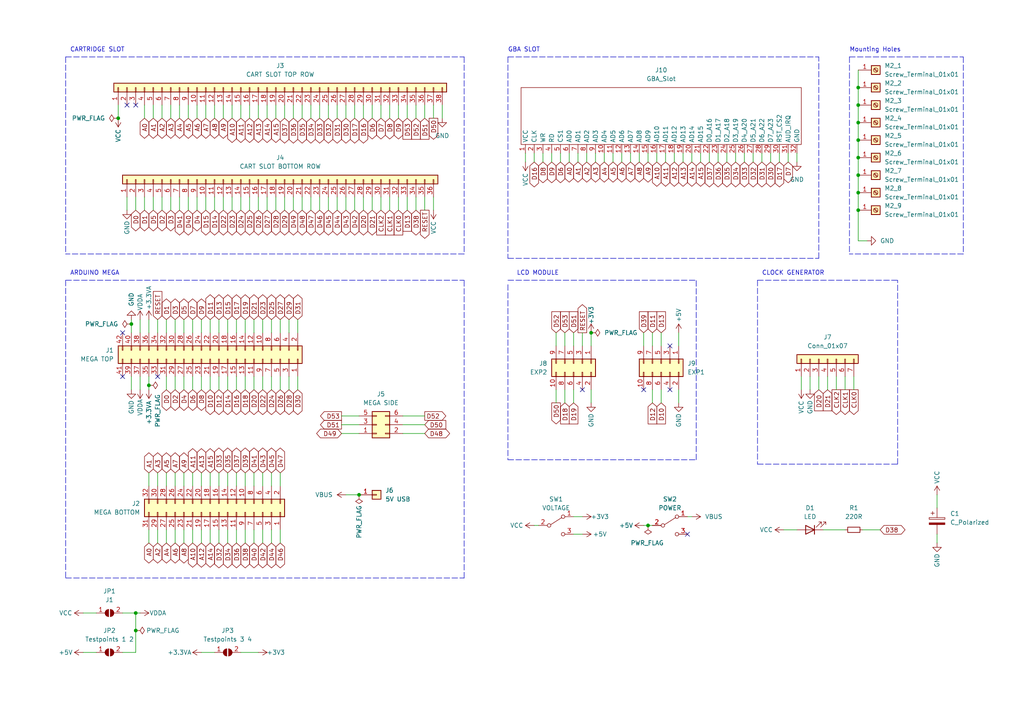
<source format=kicad_sch>
(kicad_sch (version 20211123) (generator eeschema)
  (paper "A4")
  (title_block (title "OSCR HW5") (date "2022-06-19") (rev "V3"))
  (junction (at 248.92 45.72))
  (junction (at 248.92 40.64))
  (junction (at 248.92 55.88))
  (junction (at 248.92 25.4))
  (junction (at 39.37 182.88))
  (junction (at 38.1 93.98))
  (junction (at 39.37 177.8))
  (junction (at 248.92 30.48))
  (junction (at 104.14 143.51))
  (junction (at 187.96 152.4))
  (junction (at 248.92 60.96))
  (junction (at 248.92 50.8))
  (junction (at 34.29 34.29))
  (junction (at 43.18 111.76))
  (junction (at 248.92 35.56))
  (junction (at 171.45 96.52))
  (no_connect (at 45.72 109.22))
  (no_connect (at 168.91 113.03))
  (no_connect (at 186.69 113.03))
  (no_connect (at 194.31 100.33))
  (no_connect (at 194.31 113.03))
  (no_connect (at 36.83 30.48))
  (no_connect (at 199.39 154.94))
  (no_connect (at 39.37 30.48))
  (no_connect (at 35.56 96.52))
  (no_connect (at 35.56 109.22))
  (wire (pts (xy 123.19 30.48) (xy 123.19 34.29)))
  (wire (pts (xy 49.53 57.15) (xy 49.53 60.96)))
  (wire (pts (xy 203.2 44.45) (xy 203.2 46.99)))
  (wire (pts (xy 39.37 57.15) (xy 39.37 60.96)))
  (wire (pts (xy 66.04 153.67) (xy 66.04 157.48)))
  (wire (pts (xy 57.15 57.15) (xy 57.15 60.96)))
  (wire (pts (xy 78.74 92.71) (xy 78.74 96.52)))
  (wire (pts (xy 175.26 44.45) (xy 175.26 46.99)))
  (wire (pts (xy 24.13 177.8) (xy 27.94 177.8)))
  (wire (pts (xy 110.49 30.48) (xy 110.49 34.29)))
  (wire (pts (xy 92.71 30.48) (xy 92.71 34.29)))
  (wire (pts (xy 77.47 30.48) (xy 77.47 34.29)))
  (wire (pts (xy 248.92 40.64) (xy 248.92 45.72)))
  (wire (pts (xy 81.28 153.67) (xy 81.28 157.48)))
  (wire (pts (xy 223.52 44.45) (xy 223.52 46.99)))
  (wire (pts (xy 53.34 109.22) (xy 53.34 113.03)))
  (polyline (pts (xy 147.32 16.51) (xy 237.49 16.51)))
  (wire (pts (xy 118.11 30.48) (xy 118.11 34.29)))
  (wire (pts (xy 190.5 44.45) (xy 190.5 46.99)))
  (wire (pts (xy 82.55 57.15) (xy 82.55 60.96)))
  (wire (pts (xy 187.96 44.45) (xy 187.96 46.99)))
  (wire (pts (xy 52.07 57.15) (xy 52.07 60.96)))
  (wire (pts (xy 71.12 92.71) (xy 71.12 96.52)))
  (wire (pts (xy 100.33 143.51) (xy 104.14 143.51)))
  (wire (pts (xy 66.04 137.16) (xy 66.04 140.97)))
  (wire (pts (xy 73.66 109.22) (xy 73.66 113.03)))
  (wire (pts (xy 218.44 44.45) (xy 218.44 46.99)))
  (wire (pts (xy 99.06 120.65) (xy 104.14 120.65)))
  (wire (pts (xy 208.28 44.45) (xy 208.28 46.99)))
  (wire (pts (xy 170.18 44.45) (xy 170.18 46.99)))
  (wire (pts (xy 242.57 109.22) (xy 242.57 113.03)))
  (wire (pts (xy 157.48 44.45) (xy 157.48 46.99)))
  (wire (pts (xy 238.76 153.67) (xy 245.11 153.67)))
  (wire (pts (xy 189.23 113.03) (xy 189.23 116.84)))
  (wire (pts (xy 58.42 109.22) (xy 58.42 113.03)))
  (polyline (pts (xy 219.71 81.28) (xy 219.71 134.62)))
  (polyline (pts (xy 219.71 81.28) (xy 260.35 81.28)))
  (polyline (pts (xy 219.71 134.62) (xy 260.35 134.62)))
  (polyline (pts (xy 260.35 134.62) (xy 260.35 81.28)))
  (wire (pts (xy 107.95 30.48) (xy 107.95 34.29)))
  (wire (pts (xy 55.88 109.22) (xy 55.88 113.03)))
  (wire (pts (xy 248.92 69.85) (xy 251.46 69.85)))
  (wire (pts (xy 123.19 57.15) (xy 123.19 60.96)))
  (wire (pts (xy 41.91 30.48) (xy 41.91 34.29)))
  (wire (pts (xy 74.93 30.48) (xy 74.93 34.29)))
  (wire (pts (xy 116.84 120.65) (xy 123.19 120.65)))
  (wire (pts (xy 248.92 20.32) (xy 248.92 25.4)))
  (wire (pts (xy 72.39 30.48) (xy 72.39 34.29)))
  (wire (pts (xy 54.61 57.15) (xy 54.61 60.96)))
  (wire (pts (xy 80.01 57.15) (xy 80.01 60.96)))
  (wire (pts (xy 115.57 57.15) (xy 115.57 60.96)))
  (wire (pts (xy 165.1 44.45) (xy 165.1 46.99)))
  (wire (pts (xy 68.58 92.71) (xy 68.58 96.52)))
  (wire (pts (xy 60.96 92.71) (xy 60.96 96.52)))
  (wire (pts (xy 110.49 57.15) (xy 110.49 60.96)))
  (wire (pts (xy 248.92 35.56) (xy 248.92 40.64)))
  (wire (pts (xy 39.37 177.8) (xy 39.37 182.88)))
  (wire (pts (xy 196.85 96.52) (xy 196.85 100.33)))
  (wire (pts (xy 45.72 137.16) (xy 45.72 140.97)))
  (wire (pts (xy 72.39 57.15) (xy 72.39 60.96)))
  (wire (pts (xy 160.02 44.45) (xy 160.02 46.99)))
  (wire (pts (xy 196.85 113.03) (xy 196.85 116.84)))
  (wire (pts (xy 64.77 30.48) (xy 64.77 34.29)))
  (wire (pts (xy 55.88 92.71) (xy 55.88 96.52)))
  (wire (pts (xy 193.04 44.45) (xy 193.04 46.99)))
  (wire (pts (xy 81.28 92.71) (xy 81.28 96.52)))
  (wire (pts (xy 191.77 96.52) (xy 191.77 100.33)))
  (wire (pts (xy 215.9 44.45) (xy 215.9 46.99)))
  (wire (pts (xy 248.92 55.88) (xy 248.92 60.96)))
  (wire (pts (xy 125.73 30.48) (xy 125.73 34.29)))
  (wire (pts (xy 46.99 30.48) (xy 46.99 34.29)))
  (wire (pts (xy 55.88 153.67) (xy 55.88 157.48)))
  (wire (pts (xy 240.03 109.22) (xy 240.03 113.03)))
  (wire (pts (xy 71.12 153.67) (xy 71.12 157.48)))
  (wire (pts (xy 205.74 44.45) (xy 205.74 46.99)))
  (wire (pts (xy 73.66 137.16) (xy 73.66 140.97)))
  (wire (pts (xy 63.5 137.16) (xy 63.5 140.97)))
  (wire (pts (xy 44.45 57.15) (xy 44.45 60.96)))
  (wire (pts (xy 43.18 109.22) (xy 43.18 111.76)))
  (wire (pts (xy 105.41 30.48) (xy 105.41 34.29)))
  (polyline (pts (xy 147.32 74.93) (xy 237.49 74.93)))
  (wire (pts (xy 53.34 153.67) (xy 53.34 157.48)))
  (wire (pts (xy 71.12 109.22) (xy 71.12 113.03)))
  (polyline (pts (xy 246.38 16.51) (xy 246.38 73.66)))
  (polyline (pts (xy 246.38 16.51) (xy 279.4 16.51)))
  (polyline (pts (xy 279.4 16.51) (xy 279.4 73.66)))
  (polyline (pts (xy 279.4 73.66) (xy 246.38 73.66)))
  (wire (pts (xy 38.1 109.22) (xy 38.1 113.03)))
  (wire (pts (xy 41.91 57.15) (xy 41.91 60.96)))
  (wire (pts (xy 220.98 44.45) (xy 220.98 46.99)))
  (wire (pts (xy 187.96 152.4) (xy 189.23 152.4)))
  (wire (pts (xy 68.58 137.16) (xy 68.58 140.97)))
  (wire (pts (xy 44.45 30.48) (xy 44.45 34.29)))
  (wire (pts (xy 53.34 137.16) (xy 53.34 140.97)))
  (wire (pts (xy 120.65 57.15) (xy 120.65 60.96)))
  (wire (pts (xy 163.83 96.52) (xy 163.83 100.33)))
  (wire (pts (xy 50.8 92.71) (xy 50.8 96.52)))
  (wire (pts (xy 39.37 177.8) (xy 40.64 177.8)))
  (wire (pts (xy 82.55 30.48) (xy 82.55 34.29)))
  (wire (pts (xy 68.58 109.22) (xy 68.58 113.03)))
  (wire (pts (xy 69.85 189.23) (xy 74.93 189.23)))
  (wire (pts (xy 248.92 30.48) (xy 248.92 35.56)))
  (wire (pts (xy 81.28 109.22) (xy 81.28 113.03)))
  (wire (pts (xy 97.79 57.15) (xy 97.79 60.96)))
  (wire (pts (xy 163.83 113.03) (xy 163.83 116.84)))
  (wire (pts (xy 69.85 30.48) (xy 69.85 34.29)))
  (wire (pts (xy 248.92 45.72) (xy 248.92 50.8)))
  (wire (pts (xy 80.01 30.48) (xy 80.01 34.29)))
  (wire (pts (xy 90.17 57.15) (xy 90.17 60.96)))
  (polyline (pts (xy 19.05 16.51) (xy 19.05 73.66)))
  (polyline (pts (xy 19.05 16.51) (xy 134.62 16.51)))
  (polyline (pts (xy 134.62 16.51) (xy 134.62 73.66)))
  (polyline (pts (xy 134.62 73.66) (xy 19.05 73.66)))
  (wire (pts (xy 245.11 109.22) (xy 245.11 113.03)))
  (wire (pts (xy 60.96 137.16) (xy 60.96 140.97)))
  (wire (pts (xy 52.07 30.48) (xy 52.07 34.29)))
  (wire (pts (xy 248.92 50.8) (xy 248.92 55.88)))
  (wire (pts (xy 227.33 153.67) (xy 231.14 153.67)))
  (wire (pts (xy 78.74 137.16) (xy 78.74 140.97)))
  (wire (pts (xy 100.33 30.48) (xy 100.33 34.29)))
  (wire (pts (xy 58.42 92.71) (xy 58.42 96.52)))
  (wire (pts (xy 177.8 44.45) (xy 177.8 46.99)))
  (wire (pts (xy 58.42 137.16) (xy 58.42 140.97)))
  (wire (pts (xy 50.8 109.22) (xy 50.8 113.03)))
  (wire (pts (xy 38.1 92.71) (xy 38.1 93.98)))
  (wire (pts (xy 34.29 30.48) (xy 34.29 34.29)))
  (wire (pts (xy 95.25 30.48) (xy 95.25 34.29)))
  (wire (pts (xy 50.8 137.16) (xy 50.8 140.97)))
  (wire (pts (xy 154.94 152.4) (xy 156.21 152.4)))
  (wire (pts (xy 95.25 57.15) (xy 95.25 60.96)))
  (wire (pts (xy 77.47 57.15) (xy 77.47 60.96)))
  (wire (pts (xy 58.42 189.23) (xy 62.23 189.23)))
  (wire (pts (xy 186.69 152.4) (xy 187.96 152.4)))
  (wire (pts (xy 64.77 57.15) (xy 64.77 60.96)))
  (wire (pts (xy 271.78 154.94) (xy 271.78 157.48)))
  (polyline (pts (xy 237.49 74.93) (xy 237.49 16.51)))
  (wire (pts (xy 67.31 30.48) (xy 67.31 34.29)))
  (wire (pts (xy 87.63 30.48) (xy 87.63 34.29)))
  (wire (pts (xy 113.03 30.48) (xy 113.03 34.29)))
  (wire (pts (xy 40.64 92.71) (xy 40.64 96.52)))
  (wire (pts (xy 38.1 93.98) (xy 38.1 96.52)))
  (wire (pts (xy 71.12 137.16) (xy 71.12 140.97)))
  (wire (pts (xy 232.41 109.22) (xy 232.41 113.03)))
  (wire (pts (xy 189.23 96.52) (xy 189.23 100.33)))
  (wire (pts (xy 78.74 109.22) (xy 78.74 113.03)))
  (wire (pts (xy 46.99 57.15) (xy 46.99 60.96)))
  (wire (pts (xy 48.26 137.16) (xy 48.26 140.97)))
  (polyline (pts (xy 147.32 81.28) (xy 201.93 81.28)))
  (polyline (pts (xy 147.32 82.55) (xy 147.32 133.35)))
  (polyline (pts (xy 147.32 133.35) (xy 201.93 133.35)))
  (polyline (pts (xy 201.93 133.35) (xy 201.93 81.28)))
  (wire (pts (xy 86.36 109.22) (xy 86.36 113.03)))
  (wire (pts (xy 162.56 44.45) (xy 162.56 46.99)))
  (wire (pts (xy 58.42 153.67) (xy 58.42 157.48)))
  (polyline (pts (xy 19.05 81.28) (xy 19.05 167.64)))
  (polyline (pts (xy 19.05 81.28) (xy 134.62 81.28)))
  (polyline (pts (xy 19.05 167.64) (xy 134.62 167.64)))
  (polyline (pts (xy 134.62 167.64) (xy 134.62 81.28)))
  (wire (pts (xy 107.95 57.15) (xy 107.95 60.96)))
  (wire (pts (xy 63.5 109.22) (xy 63.5 113.03)))
  (wire (pts (xy 199.39 149.86) (xy 200.66 149.86)))
  (wire (pts (xy 67.31 57.15) (xy 67.31 60.96)))
  (wire (pts (xy 99.06 123.19) (xy 104.14 123.19)))
  (wire (pts (xy 54.61 30.48) (xy 54.61 34.29)))
  (wire (pts (xy 161.29 113.03) (xy 161.29 116.84)))
  (wire (pts (xy 168.91 96.52) (xy 168.91 100.33)))
  (wire (pts (xy 53.34 92.71) (xy 53.34 96.52)))
  (wire (pts (xy 166.37 149.86) (xy 168.91 149.86)))
  (wire (pts (xy 68.58 153.67) (xy 68.58 157.48)))
  (wire (pts (xy 171.45 113.03) (xy 171.45 116.84)))
  (wire (pts (xy 161.29 96.52) (xy 161.29 100.33)))
  (wire (pts (xy 49.53 30.48) (xy 49.53 34.29)))
  (wire (pts (xy 271.78 143.51) (xy 271.78 147.32)))
  (wire (pts (xy 198.12 44.45) (xy 198.12 46.99)))
  (wire (pts (xy 154.94 44.45) (xy 154.94 46.99)))
  (wire (pts (xy 113.03 57.15) (xy 113.03 60.96)))
  (wire (pts (xy 60.96 153.67) (xy 60.96 157.48)))
  (wire (pts (xy 171.45 96.52) (xy 171.45 100.33)))
  (wire (pts (xy 102.87 30.48) (xy 102.87 34.29)))
  (wire (pts (xy 166.37 154.94) (xy 168.91 154.94)))
  (wire (pts (xy 180.34 44.45) (xy 180.34 46.99)))
  (wire (pts (xy 59.69 30.48) (xy 59.69 34.29)))
  (wire (pts (xy 45.72 153.67) (xy 45.72 157.48)))
  (wire (pts (xy 92.71 57.15) (xy 92.71 60.96)))
  (wire (pts (xy 186.69 96.52) (xy 186.69 100.33)))
  (wire (pts (xy 195.58 44.45) (xy 195.58 46.99)))
  (wire (pts (xy 39.37 182.88) (xy 39.37 189.23)))
  (wire (pts (xy 237.49 109.22) (xy 237.49 113.03)))
  (wire (pts (xy 78.74 153.67) (xy 78.74 157.48)))
  (wire (pts (xy 62.23 57.15) (xy 62.23 60.96)))
  (wire (pts (xy 83.82 92.71) (xy 83.82 96.52)))
  (wire (pts (xy 63.5 153.67) (xy 63.5 157.48)))
  (wire (pts (xy 228.6 44.45) (xy 228.6 46.99)))
  (wire (pts (xy 76.2 153.67) (xy 76.2 157.48)))
  (wire (pts (xy 43.18 137.16) (xy 43.18 140.97)))
  (wire (pts (xy 128.27 30.48) (xy 128.27 34.29)))
  (wire (pts (xy 166.37 113.03) (xy 166.37 116.84)))
  (wire (pts (xy 248.92 25.4) (xy 248.92 30.48)))
  (wire (pts (xy 60.96 109.22) (xy 60.96 113.03)))
  (wire (pts (xy 74.93 57.15) (xy 74.93 60.96)))
  (wire (pts (xy 43.18 111.76) (xy 43.18 113.03)))
  (wire (pts (xy 48.26 92.71) (xy 48.26 96.52)))
  (wire (pts (xy 73.66 92.71) (xy 73.66 96.52)))
  (wire (pts (xy 191.77 113.03) (xy 191.77 116.84)))
  (wire (pts (xy 115.57 30.48) (xy 115.57 34.29)))
  (wire (pts (xy 62.23 30.48) (xy 62.23 34.29)))
  (wire (pts (xy 105.41 57.15) (xy 105.41 60.96)))
  (wire (pts (xy 210.82 44.45) (xy 210.82 46.99)))
  (wire (pts (xy 120.65 30.48) (xy 120.65 34.29)))
  (wire (pts (xy 57.15 30.48) (xy 57.15 34.29)))
  (wire (pts (xy 85.09 57.15) (xy 85.09 60.96)))
  (wire (pts (xy 99.06 125.73) (xy 104.14 125.73)))
  (wire (pts (xy 45.72 92.71) (xy 45.72 96.52)))
  (wire (pts (xy 85.09 30.48) (xy 85.09 34.29)))
  (wire (pts (xy 83.82 109.22) (xy 83.82 113.03)))
  (wire (pts (xy 76.2 137.16) (xy 76.2 140.97)))
  (wire (pts (xy 40.64 109.22) (xy 40.64 113.03)))
  (polyline (pts (xy 147.32 16.51) (xy 147.32 74.93)))
  (wire (pts (xy 213.36 44.45) (xy 213.36 46.99)))
  (wire (pts (xy 116.84 125.73) (xy 123.19 125.73)))
  (wire (pts (xy 118.11 57.15) (xy 118.11 60.96)))
  (wire (pts (xy 43.18 92.71) (xy 43.18 96.52)))
  (wire (pts (xy 116.84 123.19) (xy 123.19 123.19)))
  (wire (pts (xy 50.8 153.67) (xy 50.8 157.48)))
  (wire (pts (xy 87.63 57.15) (xy 87.63 60.96)))
  (wire (pts (xy 69.85 57.15) (xy 69.85 60.96)))
  (wire (pts (xy 247.65 109.22) (xy 247.65 113.03)))
  (wire (pts (xy 66.04 92.71) (xy 66.04 96.52)))
  (wire (pts (xy 125.73 57.15) (xy 125.73 60.96)))
  (wire (pts (xy 39.37 189.23) (xy 35.56 189.23)))
  (wire (pts (xy 182.88 44.45) (xy 182.88 46.99)))
  (wire (pts (xy 48.26 153.67) (xy 48.26 157.48)))
  (wire (pts (xy 172.72 44.45) (xy 172.72 46.99)))
  (wire (pts (xy 90.17 30.48) (xy 90.17 34.29)))
  (wire (pts (xy 250.19 153.67) (xy 255.27 153.67)))
  (wire (pts (xy 35.56 177.8) (xy 39.37 177.8)))
  (wire (pts (xy 97.79 30.48) (xy 97.79 34.29)))
  (wire (pts (xy 167.64 44.45) (xy 167.64 46.99)))
  (wire (pts (xy 24.13 189.23) (xy 27.94 189.23)))
  (wire (pts (xy 43.18 153.67) (xy 43.18 157.48)))
  (wire (pts (xy 36.83 57.15) (xy 36.83 60.96)))
  (wire (pts (xy 185.42 44.45) (xy 185.42 46.99)))
  (wire (pts (xy 166.37 96.52) (xy 166.37 100.33)))
  (wire (pts (xy 231.14 44.45) (xy 231.14 46.99)))
  (wire (pts (xy 66.04 109.22) (xy 66.04 113.03)))
  (wire (pts (xy 100.33 57.15) (xy 100.33 60.96)))
  (wire (pts (xy 76.2 109.22) (xy 76.2 113.03)))
  (wire (pts (xy 76.2 92.71) (xy 76.2 96.52)))
  (wire (pts (xy 48.26 109.22) (xy 48.26 113.03)))
  (wire (pts (xy 73.66 153.67) (xy 73.66 157.48)))
  (wire (pts (xy 55.88 137.16) (xy 55.88 140.97)))
  (wire (pts (xy 102.87 57.15) (xy 102.87 60.96)))
  (wire (pts (xy 200.66 44.45) (xy 200.66 46.99)))
  (wire (pts (xy 234.95 109.22) (xy 234.95 113.03)))
  (wire (pts (xy 248.92 60.96) (xy 248.92 69.85)))
  (wire (pts (xy 59.69 57.15) (xy 59.69 60.96)))
  (wire (pts (xy 86.36 92.71) (xy 86.36 96.52)))
  (wire (pts (xy 63.5 92.71) (xy 63.5 96.52)))
  (wire (pts (xy 152.4 44.45) (xy 152.4 46.99)))
  (wire (pts (xy 226.06 44.45) (xy 226.06 46.99)))
  (wire (pts (xy 81.28 137.16) (xy 81.28 140.97)))
  (text "LCD MODULE" (at 149.86 80.01 0) (effects (font (size 1.27 1.27)) (justify left bottom)))
  (text "CLOCK GENERATOR" (at 220.98 80.01 0) (effects (font (size 1.27 1.27)) (justify left bottom)))
  (text "CARTRIDGE SLOT" (at 20.32 15.24 0) (effects (font (size 1.27 1.27)) (justify left bottom)))
  (text "GBA SLOT" (at 147.32 15.24 0) (effects (font (size 1.27 1.27)) (justify left bottom)))
  (text "ARDUINO MEGA" (at 20.32 80.01 0) (effects (font (size 1.27 1.27)) (justify left bottom)))
  (text "Mounting Holes" (at 246.38 15.24 0) (effects (font (size 1.27 1.27)) (justify left bottom)))
  (global_label "D14" (shape bidirectional) (at 66.04 113.03 270) (property "Intersheet References" "${INTERSHEET_REFS}" (effects hide)))
  (global_label "A7" (shape bidirectional) (at 182.88 46.99 270) (property "Intersheet References" "${INTERSHEET_REFS}" (effects hide)))
  (global_label "D44" (shape bidirectional) (at 78.74 157.48 270) (property "Intersheet References" "${INTERSHEET_REFS}" (effects hide)))
  (global_label "A6" (shape bidirectional) (at 57.15 34.29 270) (property "Intersheet References" "${INTERSHEET_REFS}" (effects hide)))
  (global_label "D6" (shape bidirectional) (at 162.56 46.99 270) (property "Intersheet References" "${INTERSHEET_REFS}" (effects hide)))
  (global_label "D11" (shape input) (at 189.23 96.52 90) (property "Intersheet References" "${INTERSHEET_REFS}" (effects hide)))
  (global_label "D51" (shape input) (at 123.19 34.29 270) (property "Intersheet References" "${INTERSHEET_REFS}" (effects hide)))
  (global_label "D38" (shape bidirectional) (at 71.12 157.48 270) (property "Intersheet References" "${INTERSHEET_REFS}" (effects hide)))
  (global_label "D29" (shape bidirectional) (at 82.55 60.96 270) (property "Intersheet References" "${INTERSHEET_REFS}" (effects hide)))
  (global_label "A10" (shape bidirectional) (at 55.88 157.48 270) (property "Intersheet References" "${INTERSHEET_REFS}" (effects hide)))
  (global_label "A9" (shape bidirectional) (at 64.77 34.29 270) (property "Intersheet References" "${INTERSHEET_REFS}" (effects hide)))
  (global_label "D31" (shape bidirectional) (at 97.79 34.29 270) (property "Intersheet References" "${INTERSHEET_REFS}" (effects hide)))
  (global_label "D4" (shape bidirectional) (at 53.34 113.03 270) (property "Intersheet References" "${INTERSHEET_REFS}" (effects hide)))
  (global_label "D24" (shape bidirectional) (at 69.85 60.96 270) (property "Intersheet References" "${INTERSHEET_REFS}" (effects hide)))
  (global_label "D28" (shape bidirectional) (at 83.82 113.03 270) (property "Intersheet References" "${INTERSHEET_REFS}" (effects hide)))
  (global_label "D9" (shape bidirectional) (at 160.02 46.99 270) (property "Intersheet References" "${INTERSHEET_REFS}" (effects hide)))
  (global_label "D19" (shape bidirectional) (at 71.12 92.71 90) (property "Intersheet References" "${INTERSHEET_REFS}" (effects hide)))
  (global_label "CLK2" (shape output) (at 242.57 113.03 270) (property "Intersheet References" "${INTERSHEET_REFS}" (effects hide)))
  (global_label "D0" (shape bidirectional) (at 48.26 113.03 270) (property "Intersheet References" "${INTERSHEET_REFS}" (effects hide)))
  (global_label "D50" (shape output) (at 125.73 34.29 270) (property "Intersheet References" "${INTERSHEET_REFS}" (effects hide)))
  (global_label "D17" (shape bidirectional) (at 102.87 34.29 270) (property "Intersheet References" "${INTERSHEET_REFS}" (effects hide)))
  (global_label "D37" (shape bidirectional) (at 68.58 137.16 90) (property "Intersheet References" "${INTERSHEET_REFS}" (effects hide)))
  (global_label "D7" (shape bidirectional) (at 228.6 46.99 270) (property "Intersheet References" "${INTERSHEET_REFS}" (effects hide)))
  (global_label "D34" (shape bidirectional) (at 90.17 34.29 270) (property "Intersheet References" "${INTERSHEET_REFS}" (effects hide)))
  (global_label "A11" (shape bidirectional) (at 69.85 34.29 270) (property "Intersheet References" "${INTERSHEET_REFS}" (effects hide)))
  (global_label "A6" (shape bidirectional) (at 50.8 157.48 270) (property "Intersheet References" "${INTERSHEET_REFS}" (effects hide)))
  (global_label "D46" (shape bidirectional) (at 92.71 60.96 270) (property "Intersheet References" "${INTERSHEET_REFS}" (effects hide)))
  (global_label "A2" (shape bidirectional) (at 170.18 46.99 270) (property "Intersheet References" "${INTERSHEET_REFS}" (effects hide)))
  (global_label "D25" (shape bidirectional) (at 72.39 60.96 270) (property "Intersheet References" "${INTERSHEET_REFS}" (effects hide)))
  (global_label "A5" (shape bidirectional) (at 177.8 46.99 270) (property "Intersheet References" "${INTERSHEET_REFS}" (effects hide)))
  (global_label "D24" (shape bidirectional) (at 78.74 113.03 270) (property "Intersheet References" "${INTERSHEET_REFS}" (effects hide)))
  (global_label "CLK1" (shape input) (at 113.03 60.96 270) (property "Intersheet References" "${INTERSHEET_REFS}" (effects hide)))
  (global_label "A5" (shape bidirectional) (at 54.61 34.29 270) (property "Intersheet References" "${INTERSHEET_REFS}" (effects hide)))
  (global_label "D50" (shape output) (at 161.29 116.84 270) (property "Intersheet References" "${INTERSHEET_REFS}" (effects hide)))
  (global_label "A13" (shape bidirectional) (at 198.12 46.99 270) (property "Intersheet References" "${INTERSHEET_REFS}" (effects hide)))
  (global_label "CLK0" (shape output) (at 247.65 113.03 270) (property "Intersheet References" "${INTERSHEET_REFS}" (effects hide)))
  (global_label "A11" (shape bidirectional) (at 55.88 137.16 90) (property "Intersheet References" "${INTERSHEET_REFS}" (effects hide)))
  (global_label "D49" (shape bidirectional) (at 85.09 60.96 270) (property "Intersheet References" "${INTERSHEET_REFS}" (effects hide)))
  (global_label "D7" (shape bidirectional) (at 110.49 34.29 270) (property "Intersheet References" "${INTERSHEET_REFS}" (effects hide)))
  (global_label "D46" (shape bidirectional) (at 81.28 157.48 270) (property "Intersheet References" "${INTERSHEET_REFS}" (effects hide)))
  (global_label "D48" (shape bidirectional) (at 123.19 125.73 0) (property "Intersheet References" "${INTERSHEET_REFS}" (effects hide)))
  (global_label "D21" (shape bidirectional) (at 73.66 92.71 90) (property "Intersheet References" "${INTERSHEET_REFS}" (effects hide)))
  (global_label "D6" (shape bidirectional) (at 55.88 113.03 270) (property "Intersheet References" "${INTERSHEET_REFS}" (effects hide)))
  (global_label "D16" (shape bidirectional) (at 105.41 34.29 270) (property "Intersheet References" "${INTERSHEET_REFS}" (effects hide)))
  (global_label "D33" (shape bidirectional) (at 92.71 34.29 270) (property "Intersheet References" "${INTERSHEET_REFS}" (effects hide)))
  (global_label "A12" (shape bidirectional) (at 72.39 34.29 270) (property "Intersheet References" "${INTERSHEET_REFS}" (effects hide)))
  (global_label "CLK0" (shape input) (at 115.57 60.96 270) (property "Intersheet References" "${INTERSHEET_REFS}" (effects hide)))
  (global_label "D9" (shape bidirectional) (at 115.57 34.29 270) (property "Intersheet References" "${INTERSHEET_REFS}" (effects hide)))
  (global_label "D53" (shape input) (at 118.11 34.29 270) (property "Intersheet References" "${INTERSHEET_REFS}" (effects hide)))
  (global_label "D17" (shape bidirectional) (at 68.58 92.71 90) (property "Intersheet References" "${INTERSHEET_REFS}" (effects hide)))
  (global_label "D38" (shape bidirectional) (at 120.65 60.96 270) (property "Intersheet References" "${INTERSHEET_REFS}" (effects hide)))
  (global_label "A7" (shape bidirectional) (at 59.69 34.29 270) (property "Intersheet References" "${INTERSHEET_REFS}" (effects hide)))
  (global_label "D52" (shape input) (at 120.65 34.29 270) (property "Intersheet References" "${INTERSHEET_REFS}" (effects hide)))
  (global_label "D30" (shape bidirectional) (at 100.33 34.29 270) (property "Intersheet References" "${INTERSHEET_REFS}" (effects hide)))
  (global_label "D13" (shape input) (at 191.77 96.52 90) (property "Intersheet References" "${INTERSHEET_REFS}" (effects hide)))
  (global_label "D8" (shape bidirectional) (at 58.42 113.03 270) (property "Intersheet References" "${INTERSHEET_REFS}" (effects hide)))
  (global_label "D40" (shape bidirectional) (at 54.61 60.96 270) (property "Intersheet References" "${INTERSHEET_REFS}" (effects hide)))
  (global_label "D15" (shape bidirectional) (at 59.69 60.96 270) (property "Intersheet References" "${INTERSHEET_REFS}" (effects hide)))
  (global_label "A10" (shape bidirectional) (at 190.5 46.99 270) (property "Intersheet References" "${INTERSHEET_REFS}" (effects hide)))
  (global_label "D34" (shape bidirectional) (at 66.04 157.48 270) (property "Intersheet References" "${INTERSHEET_REFS}" (effects hide)))
  (global_label "D22" (shape bidirectional) (at 76.2 113.03 270) (property "Intersheet References" "${INTERSHEET_REFS}" (effects hide)))
  (global_label "D26" (shape bidirectional) (at 81.28 113.03 270) (property "Intersheet References" "${INTERSHEET_REFS}" (effects hide)))
  (global_label "D28" (shape bidirectional) (at 80.01 60.96 270) (property "Intersheet References" "${INTERSHEET_REFS}" (effects hide)))
  (global_label "A3" (shape bidirectional) (at 172.72 46.99 270) (property "Intersheet References" "${INTERSHEET_REFS}" (effects hide)))
  (global_label "D42" (shape bidirectional) (at 76.2 157.48 270) (property "Intersheet References" "${INTERSHEET_REFS}" (effects hide)))
  (global_label "D43" (shape bidirectional) (at 76.2 137.16 90) (property "Intersheet References" "${INTERSHEET_REFS}" (effects hide)))
  (global_label "A1" (shape bidirectional) (at 44.45 34.29 270) (property "Intersheet References" "${INTERSHEET_REFS}" (effects hide)))
  (global_label "D47" (shape bidirectional) (at 90.17 60.96 270) (property "Intersheet References" "${INTERSHEET_REFS}" (effects hide)))
  (global_label "D12" (shape input) (at 189.23 116.84 270) (property "Intersheet References" "${INTERSHEET_REFS}" (effects hide)))
  (global_label "D36" (shape bidirectional) (at 68.58 157.48 270) (property "Intersheet References" "${INTERSHEET_REFS}" (effects hide)))
  (global_label "A13" (shape bidirectional) (at 74.93 34.29 270) (property "Intersheet References" "${INTERSHEET_REFS}" (effects hide)))
  (global_label "D16" (shape bidirectional) (at 68.58 113.03 270) (property "Intersheet References" "${INTERSHEET_REFS}" (effects hide)))
  (global_label "D18" (shape input) (at 163.83 116.84 270) (property "Intersheet References" "${INTERSHEET_REFS}" (effects hide)))
  (global_label "A3" (shape bidirectional) (at 49.53 34.29 270) (property "Intersheet References" "${INTERSHEET_REFS}" (effects hide)))
  (global_label "A12" (shape bidirectional) (at 58.42 157.48 270) (property "Intersheet References" "${INTERSHEET_REFS}" (effects hide)))
  (global_label "D49" (shape bidirectional) (at 99.06 125.73 180) (property "Intersheet References" "${INTERSHEET_REFS}" (effects hide)))
  (global_label "D51" (shape output) (at 99.06 123.19 180) (property "Intersheet References" "${INTERSHEET_REFS}" (effects hide)))
  (global_label "A9" (shape bidirectional) (at 53.34 137.16 90) (property "Intersheet References" "${INTERSHEET_REFS}" (effects hide)))
  (global_label "A11" (shape bidirectional) (at 193.04 46.99 270) (property "Intersheet References" "${INTERSHEET_REFS}" (effects hide)))
  (global_label "D43" (shape bidirectional) (at 100.33 60.96 270) (property "Intersheet References" "${INTERSHEET_REFS}" (effects hide)))
  (global_label "D8" (shape bidirectional) (at 113.03 34.29 270) (property "Intersheet References" "${INTERSHEET_REFS}" (effects hide)))
  (global_label "D36" (shape bidirectional) (at 85.09 34.29 270) (property "Intersheet References" "${INTERSHEET_REFS}" (effects hide)))
  (global_label "D35" (shape bidirectional) (at 210.82 46.99 270) (property "Intersheet References" "${INTERSHEET_REFS}" (effects hide)))
  (global_label "D47" (shape bidirectional) (at 81.28 137.16 90) (property "Intersheet References" "${INTERSHEET_REFS}" (effects hide)))
  (global_label "D45" (shape bidirectional) (at 78.74 137.16 90) (property "Intersheet References" "${INTERSHEET_REFS}" (effects hide)))
  (global_label "A2" (shape bidirectional) (at 45.72 157.48 270) (property "Intersheet References" "${INTERSHEET_REFS}" (effects hide)))
  (global_label "D23" (shape bidirectional) (at 67.31 60.96 270) (property "Intersheet References" "${INTERSHEET_REFS}" (effects hide)))
  (global_label "D31" (shape bidirectional) (at 86.36 92.71 90) (property "Intersheet References" "${INTERSHEET_REFS}" (effects hide)))
  (global_label "D30" (shape bidirectional) (at 223.52 46.99 270) (property "Intersheet References" "${INTERSHEET_REFS}" (effects hide)))
  (global_label "D33" (shape bidirectional) (at 215.9 46.99 270) (property "Intersheet References" "${INTERSHEET_REFS}" (effects hide)))
  (global_label "D1" (shape bidirectional) (at 41.91 60.96 270) (property "Intersheet References" "${INTERSHEET_REFS}" (effects hide)))
  (global_label "D39" (shape bidirectional) (at 71.12 137.16 90) (property "Intersheet References" "${INTERSHEET_REFS}" (effects hide)))
  (global_label "D25" (shape bidirectional) (at 78.74 92.71 90) (property "Intersheet References" "${INTERSHEET_REFS}" (effects hide)))
  (global_label "D14" (shape bidirectional) (at 62.23 60.96 270) (property "Intersheet References" "${INTERSHEET_REFS}" (effects hide)))
  (global_label "A13" (shape bidirectional) (at 58.42 137.16 90) (property "Intersheet References" "${INTERSHEET_REFS}" (effects hide)))
  (global_label "D31" (shape bidirectional) (at 220.98 46.99 270) (property "Intersheet References" "${INTERSHEET_REFS}" (effects hide)))
  (global_label "D19" (shape input) (at 166.37 116.84 270) (property "Intersheet References" "${INTERSHEET_REFS}" (effects hide)))
  (global_label "A9" (shape bidirectional) (at 187.96 46.99 270) (property "Intersheet References" "${INTERSHEET_REFS}" (effects hide)))
  (global_label "D4" (shape bidirectional) (at 57.15 60.96 270) (property "Intersheet References" "${INTERSHEET_REFS}" (effects hide)))
  (global_label "D22" (shape bidirectional) (at 64.77 60.96 270) (property "Intersheet References" "${INTERSHEET_REFS}" (effects hide)))
  (global_label "A5" (shape bidirectional) (at 48.26 137.16 90) (property "Intersheet References" "${INTERSHEET_REFS}" (effects hide)))
  (global_label "D2" (shape bidirectional) (at 46.99 60.96 270) (property "Intersheet References" "${INTERSHEET_REFS}" (effects hide)))
  (global_label "D50" (shape input) (at 123.19 123.19 0) (property "Intersheet References" "${INTERSHEET_REFS}" (effects hide)))
  (global_label "D17" (shape bidirectional) (at 226.06 46.99 270) (property "Intersheet References" "${INTERSHEET_REFS}" (effects hide)))
  (global_label "CLK1" (shape output) (at 245.11 113.03 270) (property "Intersheet References" "${INTERSHEET_REFS}" (effects hide)))
  (global_label "D35" (shape bidirectional) (at 87.63 34.29 270) (property "Intersheet References" "${INTERSHEET_REFS}" (effects hide)))
  (global_label "D39" (shape input) (at 186.69 96.52 90) (property "Intersheet References" "${INTERSHEET_REFS}" (effects hide)))
  (global_label "D21" (shape bidirectional) (at 107.95 60.96 270) (property "Intersheet References" "${INTERSHEET_REFS}" (effects hide)))
  (global_label "A0" (shape bidirectional) (at 41.91 34.29 270) (property "Intersheet References" "${INTERSHEET_REFS}" (effects hide)))
  (global_label "D13" (shape bidirectional) (at 63.5 92.71 90) (property "Intersheet References" "${INTERSHEET_REFS}" (effects hide)))
  (global_label "D27" (shape bidirectional) (at 81.28 92.71 90) (property "Intersheet References" "${INTERSHEET_REFS}" (effects hide)))
  (global_label "RESET" (shape input) (at 45.72 92.71 90) (property "Intersheet References" "${INTERSHEET_REFS}" (effects hide)))
  (global_label "D44" (shape bidirectional) (at 97.79 60.96 270) (property "Intersheet References" "${INTERSHEET_REFS}" (effects hide)))
  (global_label "A14" (shape bidirectional) (at 60.96 157.48 270) (property "Intersheet References" "${INTERSHEET_REFS}" (effects hide)))
  (global_label "D34" (shape bidirectional) (at 213.36 46.99 270) (property "Intersheet References" "${INTERSHEET_REFS}" (effects hide)))
  (global_label "D48" (shape bidirectional) (at 87.63 60.96 270) (property "Intersheet References" "${INTERSHEET_REFS}" (effects hide)))
  (global_label "A10" (shape bidirectional) (at 67.31 34.29 270) (property "Intersheet References" "${INTERSHEET_REFS}" (effects hide)))
  (global_label "D15" (shape bidirectional) (at 66.04 92.71 90) (property "Intersheet References" "${INTERSHEET_REFS}" (effects hide)))
  (global_label "A8" (shape bidirectional) (at 185.42 46.99 270) (property "Intersheet References" "${INTERSHEET_REFS}" (effects hide)))
  (global_label "D27" (shape bidirectional) (at 77.47 60.96 270) (property "Intersheet References" "${INTERSHEET_REFS}" (effects hide)))
  (global_label "D0" (shape bidirectional) (at 39.37 60.96 270) (property "Intersheet References" "${INTERSHEET_REFS}" (effects hide)))
  (global_label "D38" (shape bidirectional) (at 255.27 153.67 0) (property "Intersheet References" "${INTERSHEET_REFS}" (effects hide)))
  (global_label "D1" (shape bidirectional) (at 48.26 92.71 90) (property "Intersheet References" "${INTERSHEET_REFS}" (effects hide)))
  (global_label "D2" (shape bidirectional) (at 50.8 113.03 270) (property "Intersheet References" "${INTERSHEET_REFS}" (effects hide)))
  (global_label "A0" (shape bidirectional) (at 165.1 46.99 270) (property "Intersheet References" "${INTERSHEET_REFS}" (effects hide)))
  (global_label "D33" (shape bidirectional) (at 63.5 137.16 90) (property "Intersheet References" "${INTERSHEET_REFS}" (effects hide)))
  (global_label "A4" (shape bidirectional) (at 175.26 46.99 270) (property "Intersheet References" "${INTERSHEET_REFS}" (effects hide)))
  (global_label "D16" (shape bidirectional) (at 154.94 46.99 270) (property "Intersheet References" "${INTERSHEET_REFS}" (effects hide)))
  (global_label "D3" (shape bidirectional) (at 49.53 60.96 270) (property "Intersheet References" "${INTERSHEET_REFS}" (effects hide)))
  (global_label "D36" (shape bidirectional) (at 208.28 46.99 270) (property "Intersheet References" "${INTERSHEET_REFS}" (effects hide)))
  (global_label "D42" (shape bidirectional) (at 102.87 60.96 270) (property "Intersheet References" "${INTERSHEET_REFS}" (effects hide)))
  (global_label "D40" (shape bidirectional) (at 73.66 157.48 270) (property "Intersheet References" "${INTERSHEET_REFS}" (effects hide)))
  (global_label "D3" (shape bidirectional) (at 50.8 92.71 90) (property "Intersheet References" "${INTERSHEET_REFS}" (effects hide)))
  (global_label "D41" (shape bidirectional) (at 52.07 60.96 270) (property "Intersheet References" "${INTERSHEET_REFS}" (effects hide)))
  (global_label "D13" (shape input) (at 118.11 60.96 270) (property "Intersheet References" "${INTERSHEET_REFS}" (effects hide)))
  (global_label "D18" (shape bidirectional) (at 71.12 113.03 270) (property "Intersheet References" "${INTERSHEET_REFS}" (effects hide)))
  (global_label "D7" (shape bidirectional) (at 55.88 92.71 90) (property "Intersheet References" "${INTERSHEET_REFS}" (effects hide)))
  (global_label "D32" (shape bidirectional) (at 95.25 34.29 270) (property "Intersheet References" "${INTERSHEET_REFS}" (effects hide)))
  (global_label "A4" (shape bidirectional) (at 48.26 157.48 270) (property "Intersheet References" "${INTERSHEET_REFS}" (effects hide)))
  (global_label "A1" (shape bidirectional) (at 43.18 137.16 90) (property "Intersheet References" "${INTERSHEET_REFS}" (effects hide)))
  (global_label "D37" (shape bidirectional) (at 82.55 34.29 270) (property "Intersheet References" "${INTERSHEET_REFS}" (effects hide)))
  (global_label "A3" (shape bidirectional) (at 45.72 137.16 90) (property "Intersheet References" "${INTERSHEET_REFS}" (effects hide)))
  (global_label "A6" (shape bidirectional) (at 180.34 46.99 270) (property "Intersheet References" "${INTERSHEET_REFS}" (effects hide)))
  (global_label "D12" (shape bidirectional) (at 63.5 113.03 270) (property "Intersheet References" "${INTERSHEET_REFS}" (effects hide)))
  (global_label "D21" (shape input) (at 240.03 113.03 270) (property "Intersheet References" "${INTERSHEET_REFS}" (effects hide)))
  (global_label "A15" (shape bidirectional) (at 203.2 46.99 270) (property "Intersheet References" "${INTERSHEET_REFS}" (effects hide)))
  (global_label "D11" (shape bidirectional) (at 60.96 92.71 90) (property "Intersheet References" "${INTERSHEET_REFS}" (effects hide)))
  (global_label "A14" (shape bidirectional) (at 200.66 46.99 270) (property "Intersheet References" "${INTERSHEET_REFS}" (effects hide)))
  (global_label "A14" (shape bidirectional) (at 77.47 34.29 270) (property "Intersheet References" "${INTERSHEET_REFS}" (effects hide)))
  (global_label "RESET" (shape output) (at 123.19 60.96 270) (property "Intersheet References" "${INTERSHEET_REFS}" (effects hide)))
  (global_label "D23" (shape bidirectional) (at 76.2 92.71 90) (property "Intersheet References" "${INTERSHEET_REFS}" (effects hide)))
  (global_label "D32" (shape bidirectional) (at 218.44 46.99 270) (property "Intersheet References" "${INTERSHEET_REFS}" (effects hide)))
  (global_label "D9" (shape bidirectional) (at 58.42 92.71 90) (property "Intersheet References" "${INTERSHEET_REFS}" (effects hide)))
  (global_label "A7" (shape bidirectional) (at 50.8 137.16 90) (property "Intersheet References" "${INTERSHEET_REFS}" (effects hide)))
  (global_label "D45" (shape bidirectional) (at 95.25 60.96 270) (property "Intersheet References" "${INTERSHEET_REFS}" (effects hide)))
  (global_label "A15" (shape bidirectional) (at 80.01 34.29 270) (property "Intersheet References" "${INTERSHEET_REFS}" (effects hide)))
  (global_label "D6" (shape bidirectional) (at 107.95 34.29 270) (property "Intersheet References" "${INTERSHEET_REFS}" (effects hide)))
  (global_label "A8" (shape bidirectional) (at 53.34 157.48 270) (property "Intersheet References" "${INTERSHEET_REFS}" (effects hide)))
  (global_label "D20" (shape bidirectional) (at 105.41 60.96 270) (property "Intersheet References" "${INTERSHEET_REFS}" (effects hide)))
  (global_label "D5" (shape bidirectional) (at 53.34 92.71 90) (property "Intersheet References" "${INTERSHEET_REFS}" (effects hide)))
  (global_label "D29" (shape bidirectional) (at 83.82 92.71 90) (property "Intersheet References" "${INTERSHEET_REFS}" (effects hide)))
  (global_label "D53" (shape input) (at 163.83 96.52 90) (property "Intersheet References" "${INTERSHEET_REFS}" (effects hide)))
  (global_label "D10" (shape bidirectional) (at 60.96 113.03 270) (property "Intersheet References" "${INTERSHEET_REFS}" (effects hide)))
  (global_label "D20" (shape input) (at 237.49 113.03 270) (property "Intersheet References" "${INTERSHEET_REFS}" (effects hide)))
  (global_label "CLK2" (shape input) (at 110.49 60.96 270) (property "Intersheet References" "${INTERSHEET_REFS}" (effects hide)))
  (global_label "D26" (shape bidirectional) (at 74.93 60.96 270) (property "Intersheet References" "${INTERSHEET_REFS}" (effects hide)))
  (global_label "D51" (shape input) (at 166.37 96.52 90) (property "Intersheet References" "${INTERSHEET_REFS}" (effects hide)))
  (global_label "D30" (shape bidirectional) (at 86.36 113.03 270) (property "Intersheet References" "${INTERSHEET_REFS}" (effects hide)))
  (global_label "D5" (shape bidirectional) (at 44.45 60.96 270) (property "Intersheet References" "${INTERSHEET_REFS}" (effects hide)))
  (global_label "D52" (shape output) (at 123.19 120.65 0) (property "Intersheet References" "${INTERSHEET_REFS}" (effects hide)))
  (global_label "D53" (shape output) (at 99.06 120.65 180) (property "Intersheet References" "${INTERSHEET_REFS}" (effects hide)))
  (global_label "A4" (shape bidirectional) (at 52.07 34.29 270) (property "Intersheet References" "${INTERSHEET_REFS}" (effects hide)))
  (global_label "RESET" (shape output) (at 168.91 96.52 90) (property "Intersheet References" "${INTERSHEET_REFS}" (effects hide)))
  (global_label "D35" (shape bidirectional) (at 66.04 137.16 90) (property "Intersheet References" "${INTERSHEET_REFS}" (effects hide)))
  (global_label "A1" (shape bidirectional) (at 167.64 46.99 270) (property "Intersheet References" "${INTERSHEET_REFS}" (effects hide)))
  (global_label "A12" (shape bidirectional) (at 195.58 46.99 270) (property "Intersheet References" "${INTERSHEET_REFS}" (effects hide)))
  (global_label "D41" (shape bidirectional) (at 73.66 137.16 90) (property "Intersheet References" "${INTERSHEET_REFS}" (effects hide)))
  (global_label "D37" (shape bidirectional) (at 205.74 46.99 270) (property "Intersheet References" "${INTERSHEET_REFS}" (effects hide)))
  (global_label "A8" (shape bidirectional) (at 62.23 34.29 270) (property "Intersheet References" "${INTERSHEET_REFS}" (effects hide)))
  (global_label "D8" (shape bidirectional) (at 157.48 46.99 270) (property "Intersheet References" "${INTERSHEET_REFS}" (effects hide)))
  (global_label "D10" (shape input) (at 191.77 116.84 270) (property "Intersheet References" "${INTERSHEET_REFS}" (effects hide)))
  (global_label "A0" (shape bidirectional) (at 43.18 157.48 270) (property "Intersheet References" "${INTERSHEET_REFS}" (effects hide)))
  (global_label "D52" (shape input) (at 161.29 96.52 90) (property "Intersheet References" "${INTERSHEET_REFS}" (effects hide)))
  (global_label "D32" (shape bidirectional) (at 63.5 157.48 270) (property "Intersheet References" "${INTERSHEET_REFS}" (effects hide)))
  (global_label "A2" (shape bidirectional) (at 46.99 34.29 270) (property "Intersheet References" "${INTERSHEET_REFS}" (effects hide)))
  (global_label "A15" (shape bidirectional) (at 60.96 137.16 90) (property "Intersheet References" "${INTERSHEET_REFS}" (effects hide)))
  (global_label "D20" (shape bidirectional) (at 73.66 113.03 270) (property "Intersheet References" "${INTERSHEET_REFS}" (effects hide)))
  (symbol (lib_id "power:GND") (at 196.85 116.84 0) (unit 1)
    (property "Reference" "#PWR019" (effects hide))
    (property "Value" "GND" (at 196.85 121.92 90))
  )
  (symbol (lib_id "Connector_Generic:Conn_01x36") (at 80.01 52.07 90) (unit 1)
    (property "Reference" "J4" (at 81.28 45.72 90))
    (property "Value" "CART SLOT BOTTOM ROW" (at 81.28 48.26 90))
    (property "Footprint" "Connector_PinSocket_2.54mm:PinSocket_1x36_P2.54mm_Vertical" (effects hide))
  )
  (symbol (lib_id "power:VCC") (at 232.41 113.03 180) (unit 1)
    (property "Reference" "#PWR024" (effects hide))
    (property "Value" "VCC" (at 232.41 118.11 90))
  )
  (symbol (lib_id "Connector:Screw_Terminal_01x01") (at 254 55.88 0) (unit 1)
    (property "Reference" "M2_8" (at 256.54 54.6099 0) (effects (justify left)))
    (property "Value" "Screw_Terminal_01x01" (at 256.54 57.1499 0) (effects (justify left)))
  )
  (symbol (lib_id "power:PWR_FLAG") (at 38.1 93.98 90) (unit 1)
    (property "Reference" "#FLG03" (effects hide))
    (property "Value" "PWR_FLAG" (at 34.29 93.9799 90) (effects (justify left)))
  )
  (symbol (lib_id "Connector:Screw_Terminal_01x01") (at 254 45.72 0) (unit 1)
    (property "Reference" "M2_6" (at 256.54 44.4499 0) (effects (justify left)))
    (property "Value" "Screw_Terminal_01x01" (at 256.54 46.9899 0) (effects (justify left)))
  )
  (symbol (lib_id "power:GND") (at 36.83 60.96 0) (unit 1)
    (property "Reference" "#PWR03" (effects hide))
    (property "Value" "GND" (at 36.83 66.04 90))
  )
  (symbol (lib_id "power:VDDA") (at 40.64 177.8 270) (unit 1)
    (property "Reference" "#PWR0105" (effects hide))
    (property "Value" "VDDA" (at 48.26 177.8 90) (effects (justify right)))
  )
  (symbol (lib_id "Connector:Screw_Terminal_01x01") (at 254 30.48 0) (unit 1)
    (property "Reference" "M2_3" (at 256.54 29.2099 0) (effects (justify left)))
    (property "Value" "Screw_Terminal_01x01" (at 256.54 31.7499 0) (effects (justify left)))
  )
  (symbol (lib_id "power:GND") (at 234.95 113.03 0) (unit 1)
    (property "Reference" "#PWR025" (effects hide))
    (property "Value" "GND" (at 234.95 118.11 90))
  )
  (symbol (lib_id "power:VCC") (at 24.13 177.8 90) (unit 1)
    (property "Reference" "#PWR0106" (effects hide))
    (property "Value" "VCC" (at 19.05 177.8 90))
  )
  (symbol (lib_id "power:VCC") (at 227.33 153.67 90) (unit 1)
    (property "Reference" "#PWR017" (effects hide))
    (property "Value" "VCC" (at 222.25 153.67 90))
  )
  (symbol (lib_id "power:GND") (at 128.27 34.29 0) (unit 1)
    (property "Reference" "#PWR011" (effects hide))
    (property "Value" "GND" (at 128.27 39.37 0))
  )
  (symbol (lib_id "Jumper:SolderJumper_2_Open") (at 66.04 189.23 0) (unit 1)
    (property "Reference" "JP3" (at 66.04 182.88 0))
    (property "Value" "Testpoints 3 4" (at 66.04 185.42 0))
  )
  (symbol (lib_id "power:VCC") (at 125.73 60.96 180) (unit 1)
    (property "Reference" "#PWR010" (effects hide))
    (property "Value" "VCC" (at 125.73 66.04 90))
  )
  (symbol (lib_id "power:+3.3V") (at 168.91 149.86 270) (unit 1)
    (property "Reference" "#PWR015" (effects hide))
    (property "Value" "+3.3V" (at 173.99 149.86 90))
  )
  (symbol (lib_id "Connector_Generic:Conn_02x05_Odd_Even") (at 166.37 105.41 270) (unit 1)
    (property "Reference" "J8" (at 158.75 105.4099 90) (effects (justify right)))
    (property "Value" "EXP2" (at 158.75 107.9499 90) (effects (justify right)))
    (property "Footprint" "Connector_IDC:IDC-Header_2x05_P2.54mm_Vertical" (effects hide))
  )
  (symbol (lib_id "Connector:Screw_Terminal_01x01") (at 254 40.64 0) (unit 1)
    (property "Reference" "M2_5" (at 256.54 39.3699 0) (effects (justify left)))
    (property "Value" "Screw_Terminal_01x01" (at 256.54 41.9099 0) (effects (justify left)))
  )
  (symbol (lib_id "power:GND") (at 38.1 92.71 180) (unit 1)
    (property "Reference" "#PWR04" (effects hide))
    (property "Value" "GND" (at 38.1 88.8999 90) (effects (justify right)))
  )
  (symbol (lib_id "Connector:Screw_Terminal_01x01") (at 254 60.96 0) (unit 1)
    (property "Reference" "M2_9" (at 256.54 59.6899 0) (effects (justify left)))
    (property "Value" "Screw_Terminal_01x01" (at 256.54 62.2299 0) (effects (justify left)))
  )
  (symbol (lib_id "power:GND") (at 38.1 113.03 0) (unit 1)
    (property "Reference" "#PWR05" (effects hide))
    (property "Value" "GND" (at 38.1 118.11 90))
  )
  (symbol (lib_id "Jumper:SolderJumper_2_Open") (at 31.75 189.23 0) (unit 1)
    (property "Reference" "JP2" (at 31.75 182.88 0))
    (property "Value" "Testpoints 1 2" (at 31.75 185.42 0))
  )
  (symbol (lib_id "power:+5V") (at 24.13 189.23 90) (unit 1)
    (property "Reference" "#PWR0107" (effects hide))
    (property "Value" "+5V" (at 19.05 189.23 90))
  )
  (symbol (lib_id "Connector:Screw_Terminal_01x01") (at 254 35.56 0) (unit 1)
    (property "Reference" "M2_4" (at 256.54 34.2899 0) (effects (justify left)))
    (property "Value" "Screw_Terminal_01x01" (at 256.54 36.8299 0) (effects (justify left)))
  )
  (symbol (lib_id "power:VCC") (at 34.29 34.29 180) (unit 1)
    (property "Reference" "#PWR01" (effects hide))
    (property "Value" "VCC" (at 34.29 39.37 90))
  )
  (symbol (lib_id "power:+5V") (at 186.69 152.4 90) (unit 1)
    (property "Reference" "#PWR020" (effects hide))
    (property "Value" "+5V" (at 181.61 152.4 90))
  )
  (symbol (lib_id "power:PWR_FLAG") (at 187.96 152.4 180) (unit 1)
    (property "Reference" "#FLG05" (effects hide))
    (property "Value" "PWR_FLAG" (at 182.88 157.48 0) (effects (justify right)))
  )
  (symbol (lib_id "Connector:Screw_Terminal_01x01") (at 254 50.8 0) (unit 1)
    (property "Reference" "M2_7" (at 256.54 49.5299 0) (effects (justify left)))
    (property "Value" "Screw_Terminal_01x01" (at 256.54 52.0699 0) (effects (justify left)))
  )
  (symbol (lib_id "Connector_Generic:Conn_01x38") (at 80.01 25.4 90) (unit 1)
    (property "Reference" "J3" (at 81.28 19.05 90))
    (property "Value" "CART SLOT TOP ROW" (at 81.28 21.59 90))
    (property "Footprint" "Connector_PinSocket_2.54mm:PinSocket_1x38_P2.54mm_Vertical" (effects hide))
  )
  (symbol (lib_id "power:VBUS") (at 200.66 149.86 270) (unit 1)
    (property "Reference" "#PWR0103" (effects hide))
    (property "Value" "VBUS" (at 204.47 149.8599 90) (effects (justify left)))
  )
  (symbol (lib_id "Connector_Generic:Conn_01x01") (at 109.22 143.51 0) (unit 1)
    (property "Reference" "J6" (at 111.76 142.2399 0) (effects (justify left)))
    (property "Value" "5V USB" (at 111.76 144.7799 0) (effects (justify left)))
    (property "Footprint" "Connector_PinHeader_2.54mm:PinHeader_1x01_P2.54mm_Vertical" (effects hide))
  )
  (symbol (lib_id "power:+5V") (at 168.91 154.94 270) (unit 1)
    (property "Reference" "#PWR021" (effects hide))
    (property "Value" "+5V" (at 173.99 154.94 90))
  )
  (symbol (lib_id "power:+3.3V") (at 171.45 96.52 0) (unit 1)
    (property "Reference" "#PWR013" (effects hide))
    (property "Value" "+3.3V" (at 171.45 91.44 90))
  )
  (symbol (lib_id "power:VDDA") (at 40.64 92.71 0) (unit 1)
    (property "Reference" "#PWR0104" (effects hide))
    (property "Value" "VDDA" (at 40.64 87.63 90))
  )
  (symbol (lib_id "!OSCR:GBA_Slot") (at 190.5 35.56 0) (unit 1)
    (property "Reference" "J10" (at 191.77 20.32 0))
    (property "Value" "GBA_Slot" (at 191.77 22.86 0))
  )
  (symbol (lib_id "Jumper:SolderJumper_2_Open") (at 31.75 177.8 0) (unit 1)
    (property "Reference" "JP1" (at 31.75 171.45 0))
    (property "Value" "J1" (at 31.75 173.99 0))
  )
  (symbol (lib_id "power:GND") (at 271.78 157.48 0) (unit 1)
    (property "Reference" "#PWR0101" (effects hide))
    (property "Value" "GND" (at 271.78 162.56 90))
  )
  (symbol (lib_id "Connector_Generic:Conn_01x07") (at 240.03 104.14 90) (unit 1)
    (property "Reference" "J7" (at 240.03 97.79 90))
    (property "Value" "Conn_01x07" (at 240.03 100.33 90))
  )
  (symbol (lib_id "power:VCC") (at 152.4 46.99 180) (unit 1)
    (property "Reference" "#PWR02" (effects hide))
    (property "Value" "VCC" (at 152.4 52.07 90))
  )
  (symbol (lib_id "power:PWR_FLAG") (at 171.45 96.52 270) (unit 1)
    (property "Reference" "#FLG04" (effects hide))
    (property "Value" "PWR_FLAG" (at 175.26 96.5199 90) (effects (justify left)))
  )
  (symbol (lib_id "power:GND") (at 171.45 116.84 0) (unit 1)
    (property "Reference" "#PWR014" (effects hide))
    (property "Value" "GND" (at 171.45 121.92 90))
  )
  (symbol (lib_id "power:+3.3VA") (at 43.18 113.03 180) (unit 1)
    (property "Reference" "#PWR0110" (effects hide))
    (property "Value" "+3.3VA" (at 43.18 123.19 90) (effects (justify right)))
  )
  (symbol (lib_id "power:PWR_FLAG") (at 34.29 34.29 90) (unit 1)
    (property "Reference" "#FLG01" (effects hide))
    (property "Value" "PWR_FLAG" (at 30.48 34.2899 90) (effects (justify left)))
  )
  (symbol (lib_id "power:PWR_FLAG") (at 43.18 111.76 270) (unit 1)
    (property "Reference" "#FLG0102" (effects hide))
    (property "Value" "PWR_FLAG" (at 45.72 114.3 0) (effects (justify left)))
  )
  (symbol (lib_id "Switch:SW_SPDT") (at 194.31 152.4 0) (unit 1)
    (property "Reference" "SW2" (at 194.31 144.78 0))
    (property "Value" "POWER" (at 194.31 147.32 0))
  )
  (symbol (lib_id "power:+3.3V") (at 74.93 189.23 270) (unit 1)
    (property "Reference" "#PWR0112" (effects hide))
    (property "Value" "+3.3V" (at 80.01 189.23 90))
  )
  (symbol (lib_id "Connector_Generic:Conn_02x05_Odd_Even") (at 191.77 105.41 270) (unit 1)
    (property "Reference" "J9" (at 199.39 105.4099 90) (effects (justify left)))
    (property "Value" "EXP1" (at 199.39 107.9499 90) (effects (justify left)))
    (property "Footprint" "Connector_IDC:IDC-Header_2x05_P2.54mm_Vertical" (effects hide))
  )
  (symbol (lib_id "Device:R_Small") (at 247.65 153.67 90) (unit 1)
    (property "Reference" "R1" (at 247.65 147.32 90))
    (property "Value" "220R" (at 247.65 149.86 90))
  )
  (symbol (lib_id "power:VBUS") (at 100.33 143.51 90) (unit 1)
    (property "Reference" "#PWR09" (effects hide))
    (property "Value" "VBUS" (at 96.52 143.5099 90) (effects (justify left)))
  )
  (symbol (lib_id "power:+3.3VA") (at 58.42 189.23 90) (unit 1)
    (property "Reference" "#PWR0111" (effects hide))
    (property "Value" "+3.3VA" (at 52.07 189.23 90))
  )
  (symbol (lib_id "Connector_Generic:Conn_02x03_Odd_Even") (at 109.22 123.19 0) (mirror x) (unit 1)
    (property "Reference" "J5" (at 110.49 114.3 0))
    (property "Value" "MEGA SIDE" (at 110.49 116.84 0))
    (property "Footprint" "Connector_PinSocket_2.54mm:PinSocket_2x03_P2.54mm_Vertical" (effects hide))
  )
  (symbol (lib_id "Connector_Generic:Conn_02x16_Odd_Even") (at 63.5 148.59 270) (mirror x) (unit 1)
    (property "Reference" "J2" (at 40.64 146.0499 90) (effects (justify right)))
    (property "Value" "MEGA BOTTOM" (at 40.64 148.5899 90) (effects (justify right)))
    (property "Footprint" "Connector_PinSocket_2.54mm:PinSocket_2x16_P2.54mm_Vertical" (effects hide))
  )
  (symbol (lib_id "Device:C_Polarized") (at 271.78 151.13 0) (unit 1)
    (property "Reference" "C1" (at 275.59 148.9709 0) (effects (justify left)))
    (property "Value" "C_Polarized" (at 275.59 151.5109 0) (effects (justify left)))
  )
  (symbol (lib_id "Connector:Screw_Terminal_01x01") (at 254 25.4 0) (unit 1)
    (property "Reference" "M2_2" (at 256.54 24.1299 0) (effects (justify left)))
    (property "Value" "Screw_Terminal_01x01" (at 256.54 26.6699 0) (effects (justify left)))
  )
  (symbol (lib_id "power:PWR_FLAG") (at 39.37 182.88 270) (unit 1)
    (property "Reference" "#FLG0101" (effects hide))
    (property "Value" "PWR_FLAG" (at 52.07 182.88 90) (effects (justify right)))
  )
  (symbol (lib_id "power:VDDA") (at 40.64 113.03 180) (unit 1)
    (property "Reference" "#PWR0108" (effects hide))
    (property "Value" "VDDA" (at 40.64 120.65 90) (effects (justify right)))
  )
  (symbol (lib_id "power:PWR_FLAG") (at 104.14 143.51 180) (unit 1)
    (property "Reference" "#FLG02" (effects hide))
    (property "Value" "PWR_FLAG" (at 104.14 156.2098 90) (effects (justify right)))
  )
  (symbol (lib_id "Connector_Generic:Conn_02x21_Odd_Even") (at 60.96 104.14 270) (mirror x) (unit 1)
    (property "Reference" "J1" (at 33.02 101.5999 90) (effects (justify right)))
    (property "Value" "MEGA TOP" (at 33.02 104.1399 90) (effects (justify right)))
    (property "Footprint" "Connector_PinSocket_2.54mm:PinSocket_2x21_P2.54mm_Vertical" (effects hide))
  )
  (symbol (lib_id "power:+3.3VA") (at 43.18 92.71 0) (unit 1)
    (property "Reference" "#PWR0109" (effects hide))
    (property "Value" "+3.3VA" (at 43.18 86.36 90))
  )
  (symbol (lib_id "Switch:SW_SPDT") (at 161.29 152.4 0) (unit 1)
    (property "Reference" "SW1" (at 161.29 144.78 0))
    (property "Value" "VOLTAGE" (at 161.29 147.32 0))
  )
  (symbol (lib_id "power:GND") (at 251.46 69.85 90) (unit 1)
    (property "Reference" "#PWR026" (effects hide))
    (property "Value" "GND" (at 255.27 69.8499 90) (effects (justify right)))
  )
  (symbol (lib_id "Device:LED") (at 234.95 153.67 180) (unit 1)
    (property "Reference" "D1" (at 234.95 147.32 0))
    (property "Value" "LED" (at 234.95 149.86 0))
  )
  (symbol (lib_id "power:VCC") (at 271.78 143.51 0) (unit 1)
    (property "Reference" "#PWR0102" (effects hide))
    (property "Value" "VCC" (at 271.78 138.43 90))
  )
  (symbol (lib_id "power:+5V") (at 196.85 96.52 0) (unit 1)
    (property "Reference" "#PWR012" (effects hide))
    (property "Value" "+5V" (at 196.85 91.44 90))
  )
  (symbol (lib_id "power:GND") (at 231.14 46.99 0) (unit 1)
    (property "Reference" "#PWR06" (effects hide))
    (property "Value" "GND" (at 231.14 52.07 0))
  )
  (symbol (lib_id "power:VCC") (at 154.94 152.4 90) (unit 1)
    (property "Reference" "#PWR018" (effects hide))
    (property "Value" "VCC" (at 149.86 152.4 90))
  )
  (symbol (lib_id "Connector:Screw_Terminal_01x01") (at 254 20.32 0) (unit 1)
    (property "Reference" "M2_1" (at 256.54 19.0499 0) (effects (justify left)))
    (property "Value" "Screw_Terminal_01x01" (at 256.54 21.5899 0) (effects (justify left)))
  )
)
</source>
